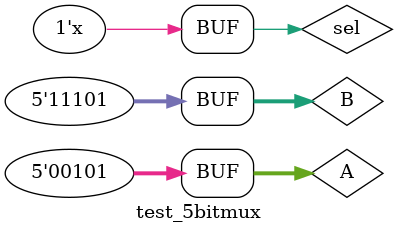
<source format=v>
`timescale 1ns / 1ps

module test_5bitmux();

// Wire Ports
	wire [4:0] Y;

// Register Declarations
	reg [4:0] A, B;
	reg sel;

	bottom_mux mux5 (.y(Y), .a(A), .b(B), .sel(sel)); // instantiate the mux

	initial begin
		A = 5'b01010;
		B = 5'b10101;
		sel = 1'b1;
		#10;
		A = 5'b00000;
		#10;
		sel = 1'b1;
		#10;
		B = 5'b11111;
		#5;
		A = 5'b00101;
		#5;
		sel = 1'b0;
		B = 5'b11101;
		#5;
		sel = 1'bx;
	end

	always @(A or B or sel)
	begin
		#1;
		$display("At t = %0d sel = %b A = %b B = %b Y = %b", $time, sel, A, B, Y);
	end



endmodule // test

</source>
